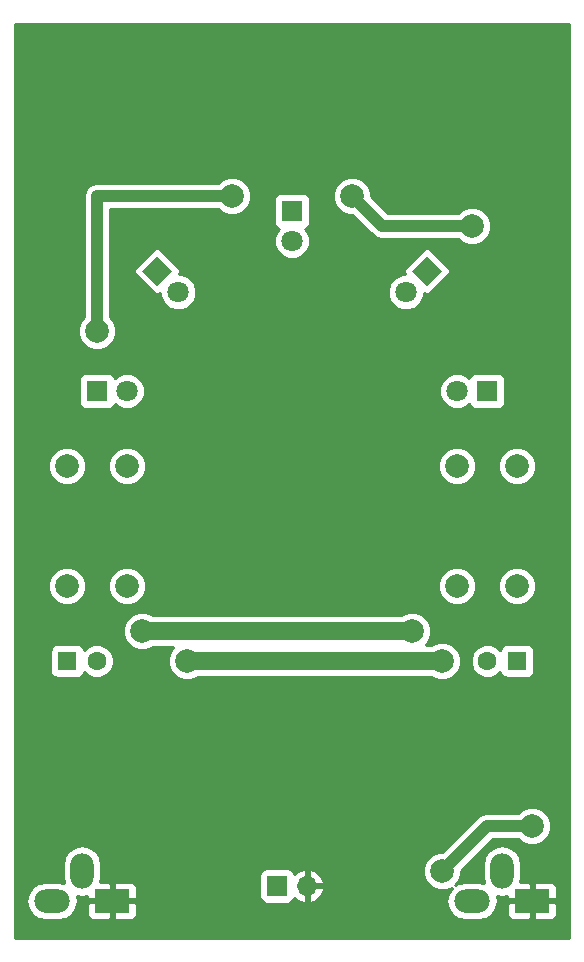
<source format=gbl>
G04 #@! TF.FileFunction,Copper,L2,Bot,Signal*
%FSLAX46Y46*%
G04 Gerber Fmt 4.6, Leading zero omitted, Abs format (unit mm)*
G04 Created by KiCad (PCBNEW 4.0.5-e0-6337~49~ubuntu16.04.1) date Sat May 13 14:24:54 2017*
%MOMM*%
%LPD*%
G01*
G04 APERTURE LIST*
%ADD10C,0.100000*%
%ADD11C,1.800000*%
%ADD12R,1.800000X1.800000*%
%ADD13O,2.000000X3.000000*%
%ADD14R,3.000000X2.000000*%
%ADD15O,3.000000X2.000000*%
%ADD16C,1.998980*%
%ADD17R,1.600000X1.600000*%
%ADD18C,1.600000*%
%ADD19R,1.700000X1.700000*%
%ADD20O,1.700000X1.700000*%
%ADD21C,2.000000*%
%ADD22C,1.000000*%
%ADD23C,1.500000*%
%ADD24C,0.254000*%
G04 APERTURE END LIST*
D10*
G36*
X11427208Y57150000D02*
X12700000Y58422792D01*
X13972792Y57150000D01*
X12700000Y55877208D01*
X11427208Y57150000D01*
X11427208Y57150000D01*
G37*
D11*
X14496051Y55353949D03*
D10*
G36*
X35560000Y58422792D02*
X36832792Y57150000D01*
X35560000Y55877208D01*
X34287208Y57150000D01*
X35560000Y58422792D01*
X35560000Y58422792D01*
G37*
D11*
X33763949Y55353949D03*
D12*
X7620000Y46990000D03*
D11*
X10160000Y46990000D03*
D12*
X24130000Y62230000D03*
D11*
X24130000Y59690000D03*
D12*
X40640000Y46990000D03*
D11*
X38100000Y46990000D03*
D13*
X6350000Y6350000D03*
D14*
X8890000Y3810000D03*
D15*
X3810000Y3810000D03*
D13*
X41910000Y6350000D03*
D14*
X44450000Y3810000D03*
D15*
X39370000Y3810000D03*
D16*
X5080000Y40640000D03*
X5080000Y30480000D03*
X43180000Y40640000D03*
X43180000Y30480000D03*
X10160000Y40640000D03*
X10160000Y30480000D03*
X38100000Y40640000D03*
X38100000Y30480000D03*
D17*
X5080000Y24130000D03*
D18*
X7580000Y24130000D03*
D17*
X43180000Y24130000D03*
D18*
X40680000Y24130000D03*
D19*
X22860000Y5080000D03*
D20*
X25400000Y5080000D03*
D21*
X39370000Y60960000D03*
X29210000Y63500000D03*
X19050000Y63500000D03*
X7620000Y52070000D03*
X15240000Y24130000D03*
X36830000Y24130000D03*
X34290000Y26670000D03*
X11430000Y26670000D03*
X44450000Y10160000D03*
X36830000Y6350000D03*
D22*
X31750000Y60960000D02*
X39370000Y60960000D01*
X29210000Y63500000D02*
X31750000Y60960000D01*
X7620000Y63500000D02*
X19050000Y63500000D01*
X7620000Y52070000D02*
X7620000Y63500000D01*
D23*
X36830000Y24130000D02*
X15240000Y24130000D01*
X11430000Y26670000D02*
X34290000Y26670000D01*
D22*
X40640000Y10160000D02*
X44450000Y10160000D01*
X36830000Y6350000D02*
X40640000Y10160000D01*
D24*
G36*
X47550000Y710000D02*
X710000Y710000D01*
X710000Y3810000D01*
X1633173Y3810000D01*
X1757630Y3184313D01*
X2112053Y2653880D01*
X2642486Y2299457D01*
X3268173Y2175000D01*
X4351827Y2175000D01*
X4977514Y2299457D01*
X5507947Y2653880D01*
X5862370Y3184313D01*
X5929987Y3524250D01*
X6755000Y3524250D01*
X6755000Y2683691D01*
X6851673Y2450302D01*
X7030301Y2271673D01*
X7263690Y2175000D01*
X8604250Y2175000D01*
X8763000Y2333750D01*
X8763000Y3683000D01*
X9017000Y3683000D01*
X9017000Y2333750D01*
X9175750Y2175000D01*
X10516310Y2175000D01*
X10749699Y2271673D01*
X10928327Y2450302D01*
X11025000Y2683691D01*
X11025000Y3524250D01*
X10866250Y3683000D01*
X9017000Y3683000D01*
X8763000Y3683000D01*
X6913750Y3683000D01*
X6755000Y3524250D01*
X5929987Y3524250D01*
X5986827Y3810000D01*
X5896650Y4263350D01*
X6350000Y4173173D01*
X6755000Y4253733D01*
X6755000Y4095750D01*
X6913750Y3937000D01*
X8763000Y3937000D01*
X8763000Y5286250D01*
X9017000Y5286250D01*
X9017000Y3937000D01*
X10866250Y3937000D01*
X11025000Y4095750D01*
X11025000Y4936309D01*
X10928327Y5169698D01*
X10749699Y5348327D01*
X10516310Y5445000D01*
X9175750Y5445000D01*
X9017000Y5286250D01*
X8763000Y5286250D01*
X8604250Y5445000D01*
X7912760Y5445000D01*
X7985000Y5808173D01*
X7985000Y5930000D01*
X21362560Y5930000D01*
X21362560Y4230000D01*
X21406838Y3994683D01*
X21545910Y3778559D01*
X21758110Y3633569D01*
X22010000Y3582560D01*
X23710000Y3582560D01*
X23945317Y3626838D01*
X24161441Y3765910D01*
X24306431Y3978110D01*
X24328301Y4086107D01*
X24633076Y3808355D01*
X25043110Y3638524D01*
X25273000Y3759845D01*
X25273000Y4953000D01*
X25527000Y4953000D01*
X25527000Y3759845D01*
X25756890Y3638524D01*
X26166924Y3808355D01*
X26595183Y4198642D01*
X26841486Y4723108D01*
X26720819Y4953000D01*
X25527000Y4953000D01*
X25273000Y4953000D01*
X25253000Y4953000D01*
X25253000Y5207000D01*
X25273000Y5207000D01*
X25273000Y6400155D01*
X25527000Y6400155D01*
X25527000Y5207000D01*
X26720819Y5207000D01*
X26841486Y5436892D01*
X26595183Y5961358D01*
X26524027Y6026205D01*
X35194716Y6026205D01*
X35443106Y5425057D01*
X35902637Y4964722D01*
X36503352Y4715284D01*
X37153795Y4714716D01*
X37637659Y4914645D01*
X37317630Y4435687D01*
X37193173Y3810000D01*
X37317630Y3184313D01*
X37672053Y2653880D01*
X38202486Y2299457D01*
X38828173Y2175000D01*
X39911827Y2175000D01*
X40537514Y2299457D01*
X41067947Y2653880D01*
X41422370Y3184313D01*
X41489987Y3524250D01*
X42315000Y3524250D01*
X42315000Y2683691D01*
X42411673Y2450302D01*
X42590301Y2271673D01*
X42823690Y2175000D01*
X44164250Y2175000D01*
X44323000Y2333750D01*
X44323000Y3683000D01*
X44577000Y3683000D01*
X44577000Y2333750D01*
X44735750Y2175000D01*
X46076310Y2175000D01*
X46309699Y2271673D01*
X46488327Y2450302D01*
X46585000Y2683691D01*
X46585000Y3524250D01*
X46426250Y3683000D01*
X44577000Y3683000D01*
X44323000Y3683000D01*
X42473750Y3683000D01*
X42315000Y3524250D01*
X41489987Y3524250D01*
X41546827Y3810000D01*
X41456650Y4263350D01*
X41910000Y4173173D01*
X42315000Y4253733D01*
X42315000Y4095750D01*
X42473750Y3937000D01*
X44323000Y3937000D01*
X44323000Y5286250D01*
X44577000Y5286250D01*
X44577000Y3937000D01*
X46426250Y3937000D01*
X46585000Y4095750D01*
X46585000Y4936309D01*
X46488327Y5169698D01*
X46309699Y5348327D01*
X46076310Y5445000D01*
X44735750Y5445000D01*
X44577000Y5286250D01*
X44323000Y5286250D01*
X44164250Y5445000D01*
X43472760Y5445000D01*
X43545000Y5808173D01*
X43545000Y6891827D01*
X43420543Y7517514D01*
X43066120Y8047947D01*
X42535687Y8402370D01*
X41910000Y8526827D01*
X41284313Y8402370D01*
X40753880Y8047947D01*
X40399457Y7517514D01*
X40275000Y6891827D01*
X40275000Y5808173D01*
X40365177Y5354823D01*
X39911827Y5445000D01*
X38828173Y5445000D01*
X38202486Y5320543D01*
X37931869Y5139723D01*
X38215278Y5422637D01*
X38464716Y6023352D01*
X38465027Y6379895D01*
X41110132Y9025000D01*
X43272796Y9025000D01*
X43522637Y8774722D01*
X44123352Y8525284D01*
X44773795Y8524716D01*
X45374943Y8773106D01*
X45835278Y9232637D01*
X46084716Y9833352D01*
X46085284Y10483795D01*
X45836894Y11084943D01*
X45377363Y11545278D01*
X44776648Y11794716D01*
X44126205Y11795284D01*
X43525057Y11546894D01*
X43272722Y11295000D01*
X40640000Y11295000D01*
X40205655Y11208604D01*
X39837434Y10962566D01*
X36859843Y7984975D01*
X36506205Y7985284D01*
X35905057Y7736894D01*
X35444722Y7277363D01*
X35195284Y6676648D01*
X35194716Y6026205D01*
X26524027Y6026205D01*
X26166924Y6351645D01*
X25756890Y6521476D01*
X25527000Y6400155D01*
X25273000Y6400155D01*
X25043110Y6521476D01*
X24633076Y6351645D01*
X24330063Y6075499D01*
X24313162Y6165317D01*
X24174090Y6381441D01*
X23961890Y6526431D01*
X23710000Y6577440D01*
X22010000Y6577440D01*
X21774683Y6533162D01*
X21558559Y6394090D01*
X21413569Y6181890D01*
X21362560Y5930000D01*
X7985000Y5930000D01*
X7985000Y6891827D01*
X7860543Y7517514D01*
X7506120Y8047947D01*
X6975687Y8402370D01*
X6350000Y8526827D01*
X5724313Y8402370D01*
X5193880Y8047947D01*
X4839457Y7517514D01*
X4715000Y6891827D01*
X4715000Y5808173D01*
X4805177Y5354823D01*
X4351827Y5445000D01*
X3268173Y5445000D01*
X2642486Y5320543D01*
X2112053Y4966120D01*
X1757630Y4435687D01*
X1633173Y3810000D01*
X710000Y3810000D01*
X710000Y24930000D01*
X3632560Y24930000D01*
X3632560Y23330000D01*
X3676838Y23094683D01*
X3815910Y22878559D01*
X4028110Y22733569D01*
X4280000Y22682560D01*
X5880000Y22682560D01*
X6115317Y22726838D01*
X6331441Y22865910D01*
X6476431Y23078110D01*
X6497680Y23183041D01*
X6766077Y22914176D01*
X7293309Y22695250D01*
X7864187Y22694752D01*
X8391800Y22912757D01*
X8795824Y23316077D01*
X9014750Y23843309D01*
X9015248Y24414187D01*
X8797243Y24941800D01*
X8393923Y25345824D01*
X7866691Y25564750D01*
X7295813Y25565248D01*
X6768200Y25347243D01*
X6499417Y25078928D01*
X6483162Y25165317D01*
X6344090Y25381441D01*
X6131890Y25526431D01*
X5880000Y25577440D01*
X4280000Y25577440D01*
X4044683Y25533162D01*
X3828559Y25394090D01*
X3683569Y25181890D01*
X3632560Y24930000D01*
X710000Y24930000D01*
X710000Y26346205D01*
X9794716Y26346205D01*
X10043106Y25745057D01*
X10502637Y25284722D01*
X11103352Y25035284D01*
X11753795Y25034716D01*
X12354943Y25283106D01*
X12356840Y25285000D01*
X14082757Y25285000D01*
X13854722Y25057363D01*
X13605284Y24456648D01*
X13604716Y23806205D01*
X13853106Y23205057D01*
X14312637Y22744722D01*
X14913352Y22495284D01*
X15563795Y22494716D01*
X16164943Y22743106D01*
X16166840Y22745000D01*
X35902359Y22745000D01*
X35902637Y22744722D01*
X36503352Y22495284D01*
X37153795Y22494716D01*
X37754943Y22743106D01*
X38215278Y23202637D01*
X38464716Y23803352D01*
X38464753Y23845813D01*
X39244752Y23845813D01*
X39462757Y23318200D01*
X39866077Y22914176D01*
X40393309Y22695250D01*
X40964187Y22694752D01*
X41491800Y22912757D01*
X41760583Y23181072D01*
X41776838Y23094683D01*
X41915910Y22878559D01*
X42128110Y22733569D01*
X42380000Y22682560D01*
X43980000Y22682560D01*
X44215317Y22726838D01*
X44431441Y22865910D01*
X44576431Y23078110D01*
X44627440Y23330000D01*
X44627440Y24930000D01*
X44583162Y25165317D01*
X44444090Y25381441D01*
X44231890Y25526431D01*
X43980000Y25577440D01*
X42380000Y25577440D01*
X42144683Y25533162D01*
X41928559Y25394090D01*
X41783569Y25181890D01*
X41762320Y25076959D01*
X41493923Y25345824D01*
X40966691Y25564750D01*
X40395813Y25565248D01*
X39868200Y25347243D01*
X39464176Y24943923D01*
X39245250Y24416691D01*
X39244752Y23845813D01*
X38464753Y23845813D01*
X38465284Y24453795D01*
X38216894Y25054943D01*
X37757363Y25515278D01*
X37156648Y25764716D01*
X36506205Y25765284D01*
X35905057Y25516894D01*
X35903160Y25515000D01*
X35447243Y25515000D01*
X35675278Y25742637D01*
X35924716Y26343352D01*
X35925284Y26993795D01*
X35676894Y27594943D01*
X35217363Y28055278D01*
X34616648Y28304716D01*
X33966205Y28305284D01*
X33365057Y28056894D01*
X33363160Y28055000D01*
X12357641Y28055000D01*
X12357363Y28055278D01*
X11756648Y28304716D01*
X11106205Y28305284D01*
X10505057Y28056894D01*
X10044722Y27597363D01*
X9795284Y26996648D01*
X9794716Y26346205D01*
X710000Y26346205D01*
X710000Y30156306D01*
X3445226Y30156306D01*
X3693538Y29555345D01*
X4152927Y29095154D01*
X4753453Y28845794D01*
X5403694Y28845226D01*
X6004655Y29093538D01*
X6464846Y29552927D01*
X6714206Y30153453D01*
X6714208Y30156306D01*
X8525226Y30156306D01*
X8773538Y29555345D01*
X9232927Y29095154D01*
X9833453Y28845794D01*
X10483694Y28845226D01*
X11084655Y29093538D01*
X11544846Y29552927D01*
X11794206Y30153453D01*
X11794208Y30156306D01*
X36465226Y30156306D01*
X36713538Y29555345D01*
X37172927Y29095154D01*
X37773453Y28845794D01*
X38423694Y28845226D01*
X39024655Y29093538D01*
X39484846Y29552927D01*
X39734206Y30153453D01*
X39734208Y30156306D01*
X41545226Y30156306D01*
X41793538Y29555345D01*
X42252927Y29095154D01*
X42853453Y28845794D01*
X43503694Y28845226D01*
X44104655Y29093538D01*
X44564846Y29552927D01*
X44814206Y30153453D01*
X44814774Y30803694D01*
X44566462Y31404655D01*
X44107073Y31864846D01*
X43506547Y32114206D01*
X42856306Y32114774D01*
X42255345Y31866462D01*
X41795154Y31407073D01*
X41545794Y30806547D01*
X41545226Y30156306D01*
X39734208Y30156306D01*
X39734774Y30803694D01*
X39486462Y31404655D01*
X39027073Y31864846D01*
X38426547Y32114206D01*
X37776306Y32114774D01*
X37175345Y31866462D01*
X36715154Y31407073D01*
X36465794Y30806547D01*
X36465226Y30156306D01*
X11794208Y30156306D01*
X11794774Y30803694D01*
X11546462Y31404655D01*
X11087073Y31864846D01*
X10486547Y32114206D01*
X9836306Y32114774D01*
X9235345Y31866462D01*
X8775154Y31407073D01*
X8525794Y30806547D01*
X8525226Y30156306D01*
X6714208Y30156306D01*
X6714774Y30803694D01*
X6466462Y31404655D01*
X6007073Y31864846D01*
X5406547Y32114206D01*
X4756306Y32114774D01*
X4155345Y31866462D01*
X3695154Y31407073D01*
X3445794Y30806547D01*
X3445226Y30156306D01*
X710000Y30156306D01*
X710000Y40316306D01*
X3445226Y40316306D01*
X3693538Y39715345D01*
X4152927Y39255154D01*
X4753453Y39005794D01*
X5403694Y39005226D01*
X6004655Y39253538D01*
X6464846Y39712927D01*
X6714206Y40313453D01*
X6714208Y40316306D01*
X8525226Y40316306D01*
X8773538Y39715345D01*
X9232927Y39255154D01*
X9833453Y39005794D01*
X10483694Y39005226D01*
X11084655Y39253538D01*
X11544846Y39712927D01*
X11794206Y40313453D01*
X11794208Y40316306D01*
X36465226Y40316306D01*
X36713538Y39715345D01*
X37172927Y39255154D01*
X37773453Y39005794D01*
X38423694Y39005226D01*
X39024655Y39253538D01*
X39484846Y39712927D01*
X39734206Y40313453D01*
X39734208Y40316306D01*
X41545226Y40316306D01*
X41793538Y39715345D01*
X42252927Y39255154D01*
X42853453Y39005794D01*
X43503694Y39005226D01*
X44104655Y39253538D01*
X44564846Y39712927D01*
X44814206Y40313453D01*
X44814774Y40963694D01*
X44566462Y41564655D01*
X44107073Y42024846D01*
X43506547Y42274206D01*
X42856306Y42274774D01*
X42255345Y42026462D01*
X41795154Y41567073D01*
X41545794Y40966547D01*
X41545226Y40316306D01*
X39734208Y40316306D01*
X39734774Y40963694D01*
X39486462Y41564655D01*
X39027073Y42024846D01*
X38426547Y42274206D01*
X37776306Y42274774D01*
X37175345Y42026462D01*
X36715154Y41567073D01*
X36465794Y40966547D01*
X36465226Y40316306D01*
X11794208Y40316306D01*
X11794774Y40963694D01*
X11546462Y41564655D01*
X11087073Y42024846D01*
X10486547Y42274206D01*
X9836306Y42274774D01*
X9235345Y42026462D01*
X8775154Y41567073D01*
X8525794Y40966547D01*
X8525226Y40316306D01*
X6714208Y40316306D01*
X6714774Y40963694D01*
X6466462Y41564655D01*
X6007073Y42024846D01*
X5406547Y42274206D01*
X4756306Y42274774D01*
X4155345Y42026462D01*
X3695154Y41567073D01*
X3445794Y40966547D01*
X3445226Y40316306D01*
X710000Y40316306D01*
X710000Y47890000D01*
X6072560Y47890000D01*
X6072560Y46090000D01*
X6116838Y45854683D01*
X6255910Y45638559D01*
X6468110Y45493569D01*
X6720000Y45442560D01*
X8520000Y45442560D01*
X8755317Y45486838D01*
X8971441Y45625910D01*
X9116431Y45838110D01*
X9120567Y45858534D01*
X9289357Y45689449D01*
X9853330Y45455267D01*
X10463991Y45454735D01*
X11028371Y45687932D01*
X11460551Y46119357D01*
X11694733Y46683330D01*
X11694735Y46686009D01*
X36564735Y46686009D01*
X36797932Y46121629D01*
X37229357Y45689449D01*
X37793330Y45455267D01*
X38403991Y45454735D01*
X38968371Y45687932D01*
X39136613Y45855880D01*
X39136838Y45854683D01*
X39275910Y45638559D01*
X39488110Y45493569D01*
X39740000Y45442560D01*
X41540000Y45442560D01*
X41775317Y45486838D01*
X41991441Y45625910D01*
X42136431Y45838110D01*
X42187440Y46090000D01*
X42187440Y47890000D01*
X42143162Y48125317D01*
X42004090Y48341441D01*
X41791890Y48486431D01*
X41540000Y48537440D01*
X39740000Y48537440D01*
X39504683Y48493162D01*
X39288559Y48354090D01*
X39143569Y48141890D01*
X39139433Y48121466D01*
X38970643Y48290551D01*
X38406670Y48524733D01*
X37796009Y48525265D01*
X37231629Y48292068D01*
X36799449Y47860643D01*
X36565267Y47296670D01*
X36564735Y46686009D01*
X11694735Y46686009D01*
X11695265Y47293991D01*
X11462068Y47858371D01*
X11030643Y48290551D01*
X10466670Y48524733D01*
X9856009Y48525265D01*
X9291629Y48292068D01*
X9123387Y48124120D01*
X9123162Y48125317D01*
X8984090Y48341441D01*
X8771890Y48486431D01*
X8520000Y48537440D01*
X6720000Y48537440D01*
X6484683Y48493162D01*
X6268559Y48354090D01*
X6123569Y48141890D01*
X6072560Y47890000D01*
X710000Y47890000D01*
X710000Y51746205D01*
X5984716Y51746205D01*
X6233106Y51145057D01*
X6692637Y50684722D01*
X7293352Y50435284D01*
X7943795Y50434716D01*
X8544943Y50683106D01*
X9005278Y51142637D01*
X9254716Y51743352D01*
X9255284Y52393795D01*
X9006894Y52994943D01*
X8755000Y53247278D01*
X8755000Y57158944D01*
X10779830Y57158944D01*
X10827354Y56906373D01*
X10969399Y56692191D01*
X12242191Y55419399D01*
X12439894Y55284314D01*
X12691056Y55229830D01*
X12943627Y55277354D01*
X12960994Y55288872D01*
X12960786Y55049958D01*
X13193983Y54485578D01*
X13625408Y54053398D01*
X14189381Y53819216D01*
X14800042Y53818684D01*
X15364422Y54051881D01*
X15796602Y54483306D01*
X16030784Y55047279D01*
X16030786Y55049958D01*
X32228684Y55049958D01*
X32461881Y54485578D01*
X32893306Y54053398D01*
X33457279Y53819216D01*
X34067940Y53818684D01*
X34632320Y54051881D01*
X35064500Y54483306D01*
X35298682Y55047279D01*
X35298889Y55285001D01*
X35299894Y55284314D01*
X35551056Y55229830D01*
X35803627Y55277354D01*
X36017809Y55419399D01*
X37290601Y56692191D01*
X37425686Y56889894D01*
X37480170Y57141056D01*
X37432646Y57393627D01*
X37290601Y57607809D01*
X36017809Y58880601D01*
X35820106Y59015686D01*
X35568944Y59070170D01*
X35316373Y59022646D01*
X35102191Y58880601D01*
X33829399Y57607809D01*
X33694314Y57410106D01*
X33639830Y57158944D01*
X33687354Y56906373D01*
X33698872Y56889006D01*
X33459958Y56889214D01*
X32895578Y56656017D01*
X32463398Y56224592D01*
X32229216Y55660619D01*
X32228684Y55049958D01*
X16030786Y55049958D01*
X16031316Y55657940D01*
X15798119Y56222320D01*
X15366694Y56654500D01*
X14802721Y56888682D01*
X14564999Y56888889D01*
X14565686Y56889894D01*
X14620170Y57141056D01*
X14572646Y57393627D01*
X14430601Y57607809D01*
X13157809Y58880601D01*
X12960106Y59015686D01*
X12708944Y59070170D01*
X12456373Y59022646D01*
X12242191Y58880601D01*
X10969399Y57607809D01*
X10834314Y57410106D01*
X10779830Y57158944D01*
X8755000Y57158944D01*
X8755000Y62365000D01*
X17872796Y62365000D01*
X18122637Y62114722D01*
X18723352Y61865284D01*
X19373795Y61864716D01*
X19974943Y62113106D01*
X20435278Y62572637D01*
X20666714Y63130000D01*
X22582560Y63130000D01*
X22582560Y61330000D01*
X22626838Y61094683D01*
X22765910Y60878559D01*
X22978110Y60733569D01*
X22998534Y60729433D01*
X22829449Y60560643D01*
X22595267Y59996670D01*
X22594735Y59386009D01*
X22827932Y58821629D01*
X23259357Y58389449D01*
X23823330Y58155267D01*
X24433991Y58154735D01*
X24998371Y58387932D01*
X25430551Y58819357D01*
X25664733Y59383330D01*
X25665265Y59993991D01*
X25432068Y60558371D01*
X25264120Y60726613D01*
X25265317Y60726838D01*
X25481441Y60865910D01*
X25626431Y61078110D01*
X25677440Y61330000D01*
X25677440Y63130000D01*
X25668746Y63176205D01*
X27574716Y63176205D01*
X27823106Y62575057D01*
X28282637Y62114722D01*
X28883352Y61865284D01*
X29239895Y61864973D01*
X30947433Y60157434D01*
X31188034Y59996670D01*
X31315654Y59911397D01*
X31750000Y59825000D01*
X38192796Y59825000D01*
X38442637Y59574722D01*
X39043352Y59325284D01*
X39693795Y59324716D01*
X40294943Y59573106D01*
X40755278Y60032637D01*
X41004716Y60633352D01*
X41005284Y61283795D01*
X40756894Y61884943D01*
X40297363Y62345278D01*
X39696648Y62594716D01*
X39046205Y62595284D01*
X38445057Y62346894D01*
X38192722Y62095000D01*
X32220133Y62095000D01*
X30844975Y63470157D01*
X30845284Y63823795D01*
X30596894Y64424943D01*
X30137363Y64885278D01*
X29536648Y65134716D01*
X28886205Y65135284D01*
X28285057Y64886894D01*
X27824722Y64427363D01*
X27575284Y63826648D01*
X27574716Y63176205D01*
X25668746Y63176205D01*
X25633162Y63365317D01*
X25494090Y63581441D01*
X25281890Y63726431D01*
X25030000Y63777440D01*
X23230000Y63777440D01*
X22994683Y63733162D01*
X22778559Y63594090D01*
X22633569Y63381890D01*
X22582560Y63130000D01*
X20666714Y63130000D01*
X20684716Y63173352D01*
X20685284Y63823795D01*
X20436894Y64424943D01*
X19977363Y64885278D01*
X19376648Y65134716D01*
X18726205Y65135284D01*
X18125057Y64886894D01*
X17872722Y64635000D01*
X7620000Y64635000D01*
X7185654Y64548603D01*
X6817434Y64302566D01*
X6571397Y63934346D01*
X6485000Y63500000D01*
X6485000Y53247204D01*
X6234722Y52997363D01*
X5985284Y52396648D01*
X5984716Y51746205D01*
X710000Y51746205D01*
X710000Y78030000D01*
X47550000Y78030000D01*
X47550000Y710000D01*
X47550000Y710000D01*
G37*
X47550000Y710000D02*
X710000Y710000D01*
X710000Y3810000D01*
X1633173Y3810000D01*
X1757630Y3184313D01*
X2112053Y2653880D01*
X2642486Y2299457D01*
X3268173Y2175000D01*
X4351827Y2175000D01*
X4977514Y2299457D01*
X5507947Y2653880D01*
X5862370Y3184313D01*
X5929987Y3524250D01*
X6755000Y3524250D01*
X6755000Y2683691D01*
X6851673Y2450302D01*
X7030301Y2271673D01*
X7263690Y2175000D01*
X8604250Y2175000D01*
X8763000Y2333750D01*
X8763000Y3683000D01*
X9017000Y3683000D01*
X9017000Y2333750D01*
X9175750Y2175000D01*
X10516310Y2175000D01*
X10749699Y2271673D01*
X10928327Y2450302D01*
X11025000Y2683691D01*
X11025000Y3524250D01*
X10866250Y3683000D01*
X9017000Y3683000D01*
X8763000Y3683000D01*
X6913750Y3683000D01*
X6755000Y3524250D01*
X5929987Y3524250D01*
X5986827Y3810000D01*
X5896650Y4263350D01*
X6350000Y4173173D01*
X6755000Y4253733D01*
X6755000Y4095750D01*
X6913750Y3937000D01*
X8763000Y3937000D01*
X8763000Y5286250D01*
X9017000Y5286250D01*
X9017000Y3937000D01*
X10866250Y3937000D01*
X11025000Y4095750D01*
X11025000Y4936309D01*
X10928327Y5169698D01*
X10749699Y5348327D01*
X10516310Y5445000D01*
X9175750Y5445000D01*
X9017000Y5286250D01*
X8763000Y5286250D01*
X8604250Y5445000D01*
X7912760Y5445000D01*
X7985000Y5808173D01*
X7985000Y5930000D01*
X21362560Y5930000D01*
X21362560Y4230000D01*
X21406838Y3994683D01*
X21545910Y3778559D01*
X21758110Y3633569D01*
X22010000Y3582560D01*
X23710000Y3582560D01*
X23945317Y3626838D01*
X24161441Y3765910D01*
X24306431Y3978110D01*
X24328301Y4086107D01*
X24633076Y3808355D01*
X25043110Y3638524D01*
X25273000Y3759845D01*
X25273000Y4953000D01*
X25527000Y4953000D01*
X25527000Y3759845D01*
X25756890Y3638524D01*
X26166924Y3808355D01*
X26595183Y4198642D01*
X26841486Y4723108D01*
X26720819Y4953000D01*
X25527000Y4953000D01*
X25273000Y4953000D01*
X25253000Y4953000D01*
X25253000Y5207000D01*
X25273000Y5207000D01*
X25273000Y6400155D01*
X25527000Y6400155D01*
X25527000Y5207000D01*
X26720819Y5207000D01*
X26841486Y5436892D01*
X26595183Y5961358D01*
X26524027Y6026205D01*
X35194716Y6026205D01*
X35443106Y5425057D01*
X35902637Y4964722D01*
X36503352Y4715284D01*
X37153795Y4714716D01*
X37637659Y4914645D01*
X37317630Y4435687D01*
X37193173Y3810000D01*
X37317630Y3184313D01*
X37672053Y2653880D01*
X38202486Y2299457D01*
X38828173Y2175000D01*
X39911827Y2175000D01*
X40537514Y2299457D01*
X41067947Y2653880D01*
X41422370Y3184313D01*
X41489987Y3524250D01*
X42315000Y3524250D01*
X42315000Y2683691D01*
X42411673Y2450302D01*
X42590301Y2271673D01*
X42823690Y2175000D01*
X44164250Y2175000D01*
X44323000Y2333750D01*
X44323000Y3683000D01*
X44577000Y3683000D01*
X44577000Y2333750D01*
X44735750Y2175000D01*
X46076310Y2175000D01*
X46309699Y2271673D01*
X46488327Y2450302D01*
X46585000Y2683691D01*
X46585000Y3524250D01*
X46426250Y3683000D01*
X44577000Y3683000D01*
X44323000Y3683000D01*
X42473750Y3683000D01*
X42315000Y3524250D01*
X41489987Y3524250D01*
X41546827Y3810000D01*
X41456650Y4263350D01*
X41910000Y4173173D01*
X42315000Y4253733D01*
X42315000Y4095750D01*
X42473750Y3937000D01*
X44323000Y3937000D01*
X44323000Y5286250D01*
X44577000Y5286250D01*
X44577000Y3937000D01*
X46426250Y3937000D01*
X46585000Y4095750D01*
X46585000Y4936309D01*
X46488327Y5169698D01*
X46309699Y5348327D01*
X46076310Y5445000D01*
X44735750Y5445000D01*
X44577000Y5286250D01*
X44323000Y5286250D01*
X44164250Y5445000D01*
X43472760Y5445000D01*
X43545000Y5808173D01*
X43545000Y6891827D01*
X43420543Y7517514D01*
X43066120Y8047947D01*
X42535687Y8402370D01*
X41910000Y8526827D01*
X41284313Y8402370D01*
X40753880Y8047947D01*
X40399457Y7517514D01*
X40275000Y6891827D01*
X40275000Y5808173D01*
X40365177Y5354823D01*
X39911827Y5445000D01*
X38828173Y5445000D01*
X38202486Y5320543D01*
X37931869Y5139723D01*
X38215278Y5422637D01*
X38464716Y6023352D01*
X38465027Y6379895D01*
X41110132Y9025000D01*
X43272796Y9025000D01*
X43522637Y8774722D01*
X44123352Y8525284D01*
X44773795Y8524716D01*
X45374943Y8773106D01*
X45835278Y9232637D01*
X46084716Y9833352D01*
X46085284Y10483795D01*
X45836894Y11084943D01*
X45377363Y11545278D01*
X44776648Y11794716D01*
X44126205Y11795284D01*
X43525057Y11546894D01*
X43272722Y11295000D01*
X40640000Y11295000D01*
X40205655Y11208604D01*
X39837434Y10962566D01*
X36859843Y7984975D01*
X36506205Y7985284D01*
X35905057Y7736894D01*
X35444722Y7277363D01*
X35195284Y6676648D01*
X35194716Y6026205D01*
X26524027Y6026205D01*
X26166924Y6351645D01*
X25756890Y6521476D01*
X25527000Y6400155D01*
X25273000Y6400155D01*
X25043110Y6521476D01*
X24633076Y6351645D01*
X24330063Y6075499D01*
X24313162Y6165317D01*
X24174090Y6381441D01*
X23961890Y6526431D01*
X23710000Y6577440D01*
X22010000Y6577440D01*
X21774683Y6533162D01*
X21558559Y6394090D01*
X21413569Y6181890D01*
X21362560Y5930000D01*
X7985000Y5930000D01*
X7985000Y6891827D01*
X7860543Y7517514D01*
X7506120Y8047947D01*
X6975687Y8402370D01*
X6350000Y8526827D01*
X5724313Y8402370D01*
X5193880Y8047947D01*
X4839457Y7517514D01*
X4715000Y6891827D01*
X4715000Y5808173D01*
X4805177Y5354823D01*
X4351827Y5445000D01*
X3268173Y5445000D01*
X2642486Y5320543D01*
X2112053Y4966120D01*
X1757630Y4435687D01*
X1633173Y3810000D01*
X710000Y3810000D01*
X710000Y24930000D01*
X3632560Y24930000D01*
X3632560Y23330000D01*
X3676838Y23094683D01*
X3815910Y22878559D01*
X4028110Y22733569D01*
X4280000Y22682560D01*
X5880000Y22682560D01*
X6115317Y22726838D01*
X6331441Y22865910D01*
X6476431Y23078110D01*
X6497680Y23183041D01*
X6766077Y22914176D01*
X7293309Y22695250D01*
X7864187Y22694752D01*
X8391800Y22912757D01*
X8795824Y23316077D01*
X9014750Y23843309D01*
X9015248Y24414187D01*
X8797243Y24941800D01*
X8393923Y25345824D01*
X7866691Y25564750D01*
X7295813Y25565248D01*
X6768200Y25347243D01*
X6499417Y25078928D01*
X6483162Y25165317D01*
X6344090Y25381441D01*
X6131890Y25526431D01*
X5880000Y25577440D01*
X4280000Y25577440D01*
X4044683Y25533162D01*
X3828559Y25394090D01*
X3683569Y25181890D01*
X3632560Y24930000D01*
X710000Y24930000D01*
X710000Y26346205D01*
X9794716Y26346205D01*
X10043106Y25745057D01*
X10502637Y25284722D01*
X11103352Y25035284D01*
X11753795Y25034716D01*
X12354943Y25283106D01*
X12356840Y25285000D01*
X14082757Y25285000D01*
X13854722Y25057363D01*
X13605284Y24456648D01*
X13604716Y23806205D01*
X13853106Y23205057D01*
X14312637Y22744722D01*
X14913352Y22495284D01*
X15563795Y22494716D01*
X16164943Y22743106D01*
X16166840Y22745000D01*
X35902359Y22745000D01*
X35902637Y22744722D01*
X36503352Y22495284D01*
X37153795Y22494716D01*
X37754943Y22743106D01*
X38215278Y23202637D01*
X38464716Y23803352D01*
X38464753Y23845813D01*
X39244752Y23845813D01*
X39462757Y23318200D01*
X39866077Y22914176D01*
X40393309Y22695250D01*
X40964187Y22694752D01*
X41491800Y22912757D01*
X41760583Y23181072D01*
X41776838Y23094683D01*
X41915910Y22878559D01*
X42128110Y22733569D01*
X42380000Y22682560D01*
X43980000Y22682560D01*
X44215317Y22726838D01*
X44431441Y22865910D01*
X44576431Y23078110D01*
X44627440Y23330000D01*
X44627440Y24930000D01*
X44583162Y25165317D01*
X44444090Y25381441D01*
X44231890Y25526431D01*
X43980000Y25577440D01*
X42380000Y25577440D01*
X42144683Y25533162D01*
X41928559Y25394090D01*
X41783569Y25181890D01*
X41762320Y25076959D01*
X41493923Y25345824D01*
X40966691Y25564750D01*
X40395813Y25565248D01*
X39868200Y25347243D01*
X39464176Y24943923D01*
X39245250Y24416691D01*
X39244752Y23845813D01*
X38464753Y23845813D01*
X38465284Y24453795D01*
X38216894Y25054943D01*
X37757363Y25515278D01*
X37156648Y25764716D01*
X36506205Y25765284D01*
X35905057Y25516894D01*
X35903160Y25515000D01*
X35447243Y25515000D01*
X35675278Y25742637D01*
X35924716Y26343352D01*
X35925284Y26993795D01*
X35676894Y27594943D01*
X35217363Y28055278D01*
X34616648Y28304716D01*
X33966205Y28305284D01*
X33365057Y28056894D01*
X33363160Y28055000D01*
X12357641Y28055000D01*
X12357363Y28055278D01*
X11756648Y28304716D01*
X11106205Y28305284D01*
X10505057Y28056894D01*
X10044722Y27597363D01*
X9795284Y26996648D01*
X9794716Y26346205D01*
X710000Y26346205D01*
X710000Y30156306D01*
X3445226Y30156306D01*
X3693538Y29555345D01*
X4152927Y29095154D01*
X4753453Y28845794D01*
X5403694Y28845226D01*
X6004655Y29093538D01*
X6464846Y29552927D01*
X6714206Y30153453D01*
X6714208Y30156306D01*
X8525226Y30156306D01*
X8773538Y29555345D01*
X9232927Y29095154D01*
X9833453Y28845794D01*
X10483694Y28845226D01*
X11084655Y29093538D01*
X11544846Y29552927D01*
X11794206Y30153453D01*
X11794208Y30156306D01*
X36465226Y30156306D01*
X36713538Y29555345D01*
X37172927Y29095154D01*
X37773453Y28845794D01*
X38423694Y28845226D01*
X39024655Y29093538D01*
X39484846Y29552927D01*
X39734206Y30153453D01*
X39734208Y30156306D01*
X41545226Y30156306D01*
X41793538Y29555345D01*
X42252927Y29095154D01*
X42853453Y28845794D01*
X43503694Y28845226D01*
X44104655Y29093538D01*
X44564846Y29552927D01*
X44814206Y30153453D01*
X44814774Y30803694D01*
X44566462Y31404655D01*
X44107073Y31864846D01*
X43506547Y32114206D01*
X42856306Y32114774D01*
X42255345Y31866462D01*
X41795154Y31407073D01*
X41545794Y30806547D01*
X41545226Y30156306D01*
X39734208Y30156306D01*
X39734774Y30803694D01*
X39486462Y31404655D01*
X39027073Y31864846D01*
X38426547Y32114206D01*
X37776306Y32114774D01*
X37175345Y31866462D01*
X36715154Y31407073D01*
X36465794Y30806547D01*
X36465226Y30156306D01*
X11794208Y30156306D01*
X11794774Y30803694D01*
X11546462Y31404655D01*
X11087073Y31864846D01*
X10486547Y32114206D01*
X9836306Y32114774D01*
X9235345Y31866462D01*
X8775154Y31407073D01*
X8525794Y30806547D01*
X8525226Y30156306D01*
X6714208Y30156306D01*
X6714774Y30803694D01*
X6466462Y31404655D01*
X6007073Y31864846D01*
X5406547Y32114206D01*
X4756306Y32114774D01*
X4155345Y31866462D01*
X3695154Y31407073D01*
X3445794Y30806547D01*
X3445226Y30156306D01*
X710000Y30156306D01*
X710000Y40316306D01*
X3445226Y40316306D01*
X3693538Y39715345D01*
X4152927Y39255154D01*
X4753453Y39005794D01*
X5403694Y39005226D01*
X6004655Y39253538D01*
X6464846Y39712927D01*
X6714206Y40313453D01*
X6714208Y40316306D01*
X8525226Y40316306D01*
X8773538Y39715345D01*
X9232927Y39255154D01*
X9833453Y39005794D01*
X10483694Y39005226D01*
X11084655Y39253538D01*
X11544846Y39712927D01*
X11794206Y40313453D01*
X11794208Y40316306D01*
X36465226Y40316306D01*
X36713538Y39715345D01*
X37172927Y39255154D01*
X37773453Y39005794D01*
X38423694Y39005226D01*
X39024655Y39253538D01*
X39484846Y39712927D01*
X39734206Y40313453D01*
X39734208Y40316306D01*
X41545226Y40316306D01*
X41793538Y39715345D01*
X42252927Y39255154D01*
X42853453Y39005794D01*
X43503694Y39005226D01*
X44104655Y39253538D01*
X44564846Y39712927D01*
X44814206Y40313453D01*
X44814774Y40963694D01*
X44566462Y41564655D01*
X44107073Y42024846D01*
X43506547Y42274206D01*
X42856306Y42274774D01*
X42255345Y42026462D01*
X41795154Y41567073D01*
X41545794Y40966547D01*
X41545226Y40316306D01*
X39734208Y40316306D01*
X39734774Y40963694D01*
X39486462Y41564655D01*
X39027073Y42024846D01*
X38426547Y42274206D01*
X37776306Y42274774D01*
X37175345Y42026462D01*
X36715154Y41567073D01*
X36465794Y40966547D01*
X36465226Y40316306D01*
X11794208Y40316306D01*
X11794774Y40963694D01*
X11546462Y41564655D01*
X11087073Y42024846D01*
X10486547Y42274206D01*
X9836306Y42274774D01*
X9235345Y42026462D01*
X8775154Y41567073D01*
X8525794Y40966547D01*
X8525226Y40316306D01*
X6714208Y40316306D01*
X6714774Y40963694D01*
X6466462Y41564655D01*
X6007073Y42024846D01*
X5406547Y42274206D01*
X4756306Y42274774D01*
X4155345Y42026462D01*
X3695154Y41567073D01*
X3445794Y40966547D01*
X3445226Y40316306D01*
X710000Y40316306D01*
X710000Y47890000D01*
X6072560Y47890000D01*
X6072560Y46090000D01*
X6116838Y45854683D01*
X6255910Y45638559D01*
X6468110Y45493569D01*
X6720000Y45442560D01*
X8520000Y45442560D01*
X8755317Y45486838D01*
X8971441Y45625910D01*
X9116431Y45838110D01*
X9120567Y45858534D01*
X9289357Y45689449D01*
X9853330Y45455267D01*
X10463991Y45454735D01*
X11028371Y45687932D01*
X11460551Y46119357D01*
X11694733Y46683330D01*
X11694735Y46686009D01*
X36564735Y46686009D01*
X36797932Y46121629D01*
X37229357Y45689449D01*
X37793330Y45455267D01*
X38403991Y45454735D01*
X38968371Y45687932D01*
X39136613Y45855880D01*
X39136838Y45854683D01*
X39275910Y45638559D01*
X39488110Y45493569D01*
X39740000Y45442560D01*
X41540000Y45442560D01*
X41775317Y45486838D01*
X41991441Y45625910D01*
X42136431Y45838110D01*
X42187440Y46090000D01*
X42187440Y47890000D01*
X42143162Y48125317D01*
X42004090Y48341441D01*
X41791890Y48486431D01*
X41540000Y48537440D01*
X39740000Y48537440D01*
X39504683Y48493162D01*
X39288559Y48354090D01*
X39143569Y48141890D01*
X39139433Y48121466D01*
X38970643Y48290551D01*
X38406670Y48524733D01*
X37796009Y48525265D01*
X37231629Y48292068D01*
X36799449Y47860643D01*
X36565267Y47296670D01*
X36564735Y46686009D01*
X11694735Y46686009D01*
X11695265Y47293991D01*
X11462068Y47858371D01*
X11030643Y48290551D01*
X10466670Y48524733D01*
X9856009Y48525265D01*
X9291629Y48292068D01*
X9123387Y48124120D01*
X9123162Y48125317D01*
X8984090Y48341441D01*
X8771890Y48486431D01*
X8520000Y48537440D01*
X6720000Y48537440D01*
X6484683Y48493162D01*
X6268559Y48354090D01*
X6123569Y48141890D01*
X6072560Y47890000D01*
X710000Y47890000D01*
X710000Y51746205D01*
X5984716Y51746205D01*
X6233106Y51145057D01*
X6692637Y50684722D01*
X7293352Y50435284D01*
X7943795Y50434716D01*
X8544943Y50683106D01*
X9005278Y51142637D01*
X9254716Y51743352D01*
X9255284Y52393795D01*
X9006894Y52994943D01*
X8755000Y53247278D01*
X8755000Y57158944D01*
X10779830Y57158944D01*
X10827354Y56906373D01*
X10969399Y56692191D01*
X12242191Y55419399D01*
X12439894Y55284314D01*
X12691056Y55229830D01*
X12943627Y55277354D01*
X12960994Y55288872D01*
X12960786Y55049958D01*
X13193983Y54485578D01*
X13625408Y54053398D01*
X14189381Y53819216D01*
X14800042Y53818684D01*
X15364422Y54051881D01*
X15796602Y54483306D01*
X16030784Y55047279D01*
X16030786Y55049958D01*
X32228684Y55049958D01*
X32461881Y54485578D01*
X32893306Y54053398D01*
X33457279Y53819216D01*
X34067940Y53818684D01*
X34632320Y54051881D01*
X35064500Y54483306D01*
X35298682Y55047279D01*
X35298889Y55285001D01*
X35299894Y55284314D01*
X35551056Y55229830D01*
X35803627Y55277354D01*
X36017809Y55419399D01*
X37290601Y56692191D01*
X37425686Y56889894D01*
X37480170Y57141056D01*
X37432646Y57393627D01*
X37290601Y57607809D01*
X36017809Y58880601D01*
X35820106Y59015686D01*
X35568944Y59070170D01*
X35316373Y59022646D01*
X35102191Y58880601D01*
X33829399Y57607809D01*
X33694314Y57410106D01*
X33639830Y57158944D01*
X33687354Y56906373D01*
X33698872Y56889006D01*
X33459958Y56889214D01*
X32895578Y56656017D01*
X32463398Y56224592D01*
X32229216Y55660619D01*
X32228684Y55049958D01*
X16030786Y55049958D01*
X16031316Y55657940D01*
X15798119Y56222320D01*
X15366694Y56654500D01*
X14802721Y56888682D01*
X14564999Y56888889D01*
X14565686Y56889894D01*
X14620170Y57141056D01*
X14572646Y57393627D01*
X14430601Y57607809D01*
X13157809Y58880601D01*
X12960106Y59015686D01*
X12708944Y59070170D01*
X12456373Y59022646D01*
X12242191Y58880601D01*
X10969399Y57607809D01*
X10834314Y57410106D01*
X10779830Y57158944D01*
X8755000Y57158944D01*
X8755000Y62365000D01*
X17872796Y62365000D01*
X18122637Y62114722D01*
X18723352Y61865284D01*
X19373795Y61864716D01*
X19974943Y62113106D01*
X20435278Y62572637D01*
X20666714Y63130000D01*
X22582560Y63130000D01*
X22582560Y61330000D01*
X22626838Y61094683D01*
X22765910Y60878559D01*
X22978110Y60733569D01*
X22998534Y60729433D01*
X22829449Y60560643D01*
X22595267Y59996670D01*
X22594735Y59386009D01*
X22827932Y58821629D01*
X23259357Y58389449D01*
X23823330Y58155267D01*
X24433991Y58154735D01*
X24998371Y58387932D01*
X25430551Y58819357D01*
X25664733Y59383330D01*
X25665265Y59993991D01*
X25432068Y60558371D01*
X25264120Y60726613D01*
X25265317Y60726838D01*
X25481441Y60865910D01*
X25626431Y61078110D01*
X25677440Y61330000D01*
X25677440Y63130000D01*
X25668746Y63176205D01*
X27574716Y63176205D01*
X27823106Y62575057D01*
X28282637Y62114722D01*
X28883352Y61865284D01*
X29239895Y61864973D01*
X30947433Y60157434D01*
X31188034Y59996670D01*
X31315654Y59911397D01*
X31750000Y59825000D01*
X38192796Y59825000D01*
X38442637Y59574722D01*
X39043352Y59325284D01*
X39693795Y59324716D01*
X40294943Y59573106D01*
X40755278Y60032637D01*
X41004716Y60633352D01*
X41005284Y61283795D01*
X40756894Y61884943D01*
X40297363Y62345278D01*
X39696648Y62594716D01*
X39046205Y62595284D01*
X38445057Y62346894D01*
X38192722Y62095000D01*
X32220133Y62095000D01*
X30844975Y63470157D01*
X30845284Y63823795D01*
X30596894Y64424943D01*
X30137363Y64885278D01*
X29536648Y65134716D01*
X28886205Y65135284D01*
X28285057Y64886894D01*
X27824722Y64427363D01*
X27575284Y63826648D01*
X27574716Y63176205D01*
X25668746Y63176205D01*
X25633162Y63365317D01*
X25494090Y63581441D01*
X25281890Y63726431D01*
X25030000Y63777440D01*
X23230000Y63777440D01*
X22994683Y63733162D01*
X22778559Y63594090D01*
X22633569Y63381890D01*
X22582560Y63130000D01*
X20666714Y63130000D01*
X20684716Y63173352D01*
X20685284Y63823795D01*
X20436894Y64424943D01*
X19977363Y64885278D01*
X19376648Y65134716D01*
X18726205Y65135284D01*
X18125057Y64886894D01*
X17872722Y64635000D01*
X7620000Y64635000D01*
X7185654Y64548603D01*
X6817434Y64302566D01*
X6571397Y63934346D01*
X6485000Y63500000D01*
X6485000Y53247204D01*
X6234722Y52997363D01*
X5985284Y52396648D01*
X5984716Y51746205D01*
X710000Y51746205D01*
X710000Y78030000D01*
X47550000Y78030000D01*
X47550000Y710000D01*
M02*

</source>
